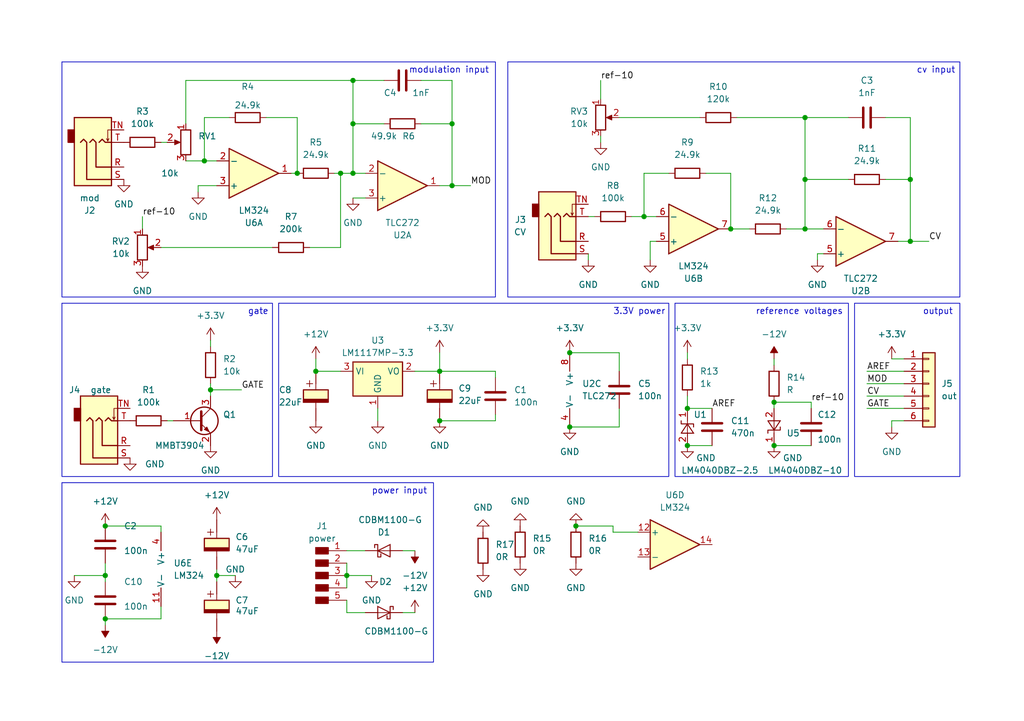
<source format=kicad_sch>
(kicad_sch (version 20230121) (generator eeschema)
  (paper "A5")
  (lib_symbols
    (symbol "Amplifier_Operational:LM324" (pin_names (offset 0.127))
      (property "Reference" "U" (at 0 5.08 0))
      (property "Value" "LM324" (at 0 -5.08 0))
      (symbol "LM324_1_1"
        (polyline (pts (xy -5.08 5.08) (xy 5.08 0) (xy -5.08 -5.08) (xy -5.08 5.08)) (stroke (width 0.254)) (fill (type background)))
        (pin output line (at 7.62 0 180) (length 2.54) (name "~") (number "1"))
        (pin input line (at -7.62 -2.54 0) (length 2.54) (name "-") (number "2"))
        (pin input line (at -7.62 2.54 0) (length 2.54) (name "+") (number "3"))
      )
      (symbol "LM324_2_1"
        (polyline (pts (xy -5.08 5.08) (xy 5.08 0) (xy -5.08 -5.08) (xy -5.08 5.08)) (stroke (width 0.254)) (fill (type background)))
        (pin input line (at -7.62 2.54 0) (length 2.54) (name "+") (number "5"))
        (pin input line (at -7.62 -2.54 0) (length 2.54) (name "-") (number "6"))
        (pin output line (at 7.62 0 180) (length 2.54) (name "~") (number "7"))
      )
      (symbol "LM324_3_1"
        (polyline (pts (xy -5.08 5.08) (xy 5.08 0) (xy -5.08 -5.08) (xy -5.08 5.08)) (stroke (width 0.254)) (fill (type background)))
        (pin input line (at -7.62 2.54 0) (length 2.54) (name "+") (number "10"))
        (pin output line (at 7.62 0 180) (length 2.54) (name "~") (number "8"))
        (pin input line (at -7.62 -2.54 0) (length 2.54) (name "-") (number "9"))
      )
      (symbol "LM324_4_1"
        (polyline (pts (xy -5.08 5.08) (xy 5.08 0) (xy -5.08 -5.08) (xy -5.08 5.08)) (stroke (width 0.254)) (fill (type background)))
        (pin input line (at -7.62 2.54 0) (length 2.54) (name "+") (number "12"))
        (pin input line (at -7.62 -2.54 0) (length 2.54) (name "-") (number "13"))
        (pin output line (at 7.62 0 180) (length 2.54) (name "~") (number "14"))
      )
      (symbol "LM324_5_1"
        (pin power_in line (at -2.54 -7.62 90) (length 3.81) (name "V-") (number "11"))
        (pin power_in line (at -2.54 7.62 270) (length 3.81) (name "V+") (number "4"))
      )
    )
    (symbol "Amplifier_Operational:TLC272" (pin_names (offset 0.127))
      (property "Reference" "U" (at 0 5.08 0))
      (property "Value" "TLC272" (at 0 -5.08 0))
      (symbol "TLC272_1_1"
        (polyline (pts (xy -5.08 5.08) (xy 5.08 0) (xy -5.08 -5.08) (xy -5.08 5.08)) (stroke (width 0.254)) (fill (type background)))
        (pin output line (at 7.62 0 180) (length 2.54) (name "~") (number "1"))
        (pin input line (at -7.62 -2.54 0) (length 2.54) (name "-") (number "2"))
        (pin input line (at -7.62 2.54 0) (length 2.54) (name "+") (number "3"))
      )
      (symbol "TLC272_2_1"
        (polyline (pts (xy -5.08 5.08) (xy 5.08 0) (xy -5.08 -5.08) (xy -5.08 5.08)) (stroke (width 0.254)) (fill (type background)))
        (pin input line (at -7.62 2.54 0) (length 2.54) (name "+") (number "5"))
        (pin input line (at -7.62 -2.54 0) (length 2.54) (name "-") (number "6"))
        (pin output line (at 7.62 0 180) (length 2.54) (name "~") (number "7"))
      )
      (symbol "TLC272_3_1"
        (pin power_in line (at -2.54 -7.62 90) (length 3.81) (name "V-") (number "4"))
        (pin power_in line (at -2.54 7.62 270) (length 3.81) (name "V+") (number "8"))
      )
    )
    (symbol "Connector_Audio:AudioJack3_SwitchT"
      (property "Reference" "J" (at 0 8.89 0))
      (property "Value" "AudioJack3_SwitchT" (at 0 6.35 0))
      (symbol "AudioJack3_SwitchT_0_1"
        (rectangle (start -5.08 -5.08) (end -6.35 -7.62) (stroke (width 0.254)) (fill (type outline)))
        (polyline (pts (xy 1.778 -5.334) (xy 2.032 -5.842)))
        (polyline (pts (xy 0 -5.08) (xy 0.635 -5.715) (xy 1.27 -5.08) (xy 2.54 -5.08)) (stroke (width 0.254)))
        (polyline (pts (xy 2.54 -7.62) (xy 1.778 -7.62) (xy 1.778 -5.334) (xy 1.524 -5.842)))
        (polyline (pts (xy -1.905 -5.08) (xy -1.27 -5.715) (xy -0.635 -5.08) (xy -0.635 0) (xy 2.54 0)) (stroke (width 0.254)))
        (polyline (pts (xy 2.54 2.54) (xy -2.54 2.54) (xy -2.54 -5.08) (xy -3.175 -5.715) (xy -3.81 -5.08)) (stroke (width 0.254)))
        (rectangle (start 2.54 3.81) (end -5.08 -10.16) (stroke (width 0.254)) (fill (type background)))
      )
      (symbol "AudioJack3_SwitchT_1_1"
        (pin passive line (at 5.08 0 180) (length 2.54) (name "~") (number "R"))
        (pin passive line (at 5.08 2.54 180) (length 2.54) (name "~") (number "S"))
        (pin passive line (at 5.08 -5.08 180) (length 2.54) (name "~") (number "T"))
        (pin passive line (at 5.08 -7.62 180) (length 2.54) (name "~") (number "TN"))
      )
    )
    (symbol "Connector_Generic:Conn_01x06" (pin_names (offset 1.016) hide)
      (property "Reference" "J" (at 0 7.62 0))
      (property "Value" "Conn_01x06" (at 0 -10.16 0))
      (symbol "Conn_01x06_1_1"
        (rectangle (start -1.27 -7.493) (end 0 -7.747) (stroke (width 0.1524)))
        (rectangle (start -1.27 -4.953) (end 0 -5.207) (stroke (width 0.1524)))
        (rectangle (start -1.27 -2.413) (end 0 -2.667) (stroke (width 0.1524)))
        (rectangle (start -1.27 0.127) (end 0 -0.127) (stroke (width 0.1524)))
        (rectangle (start -1.27 2.667) (end 0 2.413) (stroke (width 0.1524)))
        (rectangle (start -1.27 5.207) (end 0 4.953) (stroke (width 0.1524)))
        (rectangle (start -1.27 6.35) (end 1.27 -8.89) (stroke (width 0.254)) (fill (type background)))
        (pin passive line (at -5.08 5.08 0) (length 3.81) (name "Pin_1") (number "1"))
        (pin passive line (at -5.08 2.54 0) (length 3.81) (name "Pin_2") (number "2"))
        (pin passive line (at -5.08 0 0) (length 3.81) (name "Pin_3") (number "3"))
        (pin passive line (at -5.08 -2.54 0) (length 3.81) (name "Pin_4") (number "4"))
        (pin passive line (at -5.08 -5.08 0) (length 3.81) (name "Pin_5") (number "5"))
        (pin passive line (at -5.08 -7.62 0) (length 3.81) (name "Pin_6") (number "6"))
      )
    )
    (symbol "Device:C" (pin_numbers hide) (pin_names (offset 0.254))
      (property "Reference" "C" (at 0.635 2.54 0))
      (property "Value" "C" (at 0.635 -2.54 0))
      (symbol "C_0_1"
        (polyline (pts (xy -2.032 -0.762) (xy 2.032 -0.762)) (stroke (width 0.508)))
        (polyline (pts (xy -2.032 0.762) (xy 2.032 0.762)) (stroke (width 0.508)))
      )
      (symbol "C_1_1"
        (pin passive line (at 0 3.81 270) (length 2.794) (name "~") (number "1"))
        (pin passive line (at 0 -3.81 90) (length 2.794) (name "~") (number "2"))
      )
    )
    (symbol "Device:R" (pin_numbers hide) (pin_names (offset 0))
      (property "Reference" "R" (at 2.032 0 90))
      (property "Value" "R" (at 0 0 90))
      (symbol "R_0_1"
        (rectangle (start -1.016 -2.54) (end 1.016 2.54) (stroke (width 0.254)))
      )
      (symbol "R_1_1"
        (pin passive line (at 0 3.81 270) (length 1.27) (name "~") (number "1"))
        (pin passive line (at 0 -3.81 90) (length 1.27) (name "~") (number "2"))
      )
    )
    (symbol "Device:R_Potentiometer" (pin_names (offset 1.016) hide)
      (property "Reference" "RV" (at -4.445 0 90))
      (property "Value" "R_Potentiometer" (at -2.54 0 90))
      (symbol "R_Potentiometer_0_1"
        (polyline (pts (xy 2.54 0) (xy 1.524 0)))
        (polyline (pts (xy 1.143 0) (xy 2.286 0.508) (xy 2.286 -0.508) (xy 1.143 0)) (fill (type outline)))
        (rectangle (start 1.016 2.54) (end -1.016 -2.54) (stroke (width 0.254)))
      )
      (symbol "R_Potentiometer_1_1"
        (pin passive line (at 0 3.81 270) (length 1.27) (name "1") (number "1"))
        (pin passive line (at 3.81 0 180) (length 1.27) (name "2") (number "2"))
        (pin passive line (at 0 -3.81 90) (length 1.27) (name "3") (number "3"))
      )
    )
    (symbol "Reference_Voltage:LM4040DBZ-10" (pin_names (offset 0.0254) hide)
      (property "Reference" "U" (at 0 2.54 0))
      (property "Value" "LM4040DBZ-10" (at 0 -3.175 0))
      (symbol "LM4040DBZ-10_0_1"
        (polyline (pts (xy -1.27 0) (xy 0 0) (xy 1.27 0)))
        (polyline (pts (xy -1.27 -1.27) (xy 0.635 0) (xy -1.27 1.27) (xy -1.27 -1.27)) (stroke (width 0.2032)))
        (polyline (pts (xy 0 -1.27) (xy 0.635 -1.27) (xy 0.635 1.27) (xy 1.27 1.27)) (stroke (width 0.2032)))
      )
      (symbol "LM4040DBZ-10_1_1"
        (pin passive line (at 3.81 0 180) (length 2.54) (name "K") (number "1"))
        (pin passive line (at -3.81 0 0) (length 2.54) (name "A") (number "2"))
      )
    )
    (symbol "Reference_Voltage:LM4040DBZ-2.5" (pin_names (offset 0.0254) hide)
      (property "Reference" "U" (at 0 2.54 0))
      (property "Value" "LM4040DBZ-2.5" (at 0 -3.175 0))
      (symbol "LM4040DBZ-2.5_0_1"
        (polyline (pts (xy -1.27 0) (xy 0 0) (xy 1.27 0)))
        (polyline (pts (xy -1.27 -1.27) (xy 0.635 0) (xy -1.27 1.27) (xy -1.27 -1.27)) (stroke (width 0.2032)))
        (polyline (pts (xy 0 -1.27) (xy 0.635 -1.27) (xy 0.635 1.27) (xy 1.27 1.27)) (stroke (width 0.2032)))
      )
      (symbol "LM4040DBZ-2.5_1_1"
        (pin passive line (at 3.81 0 180) (length 2.54) (name "K") (number "1"))
        (pin passive line (at -3.81 0 0) (length 2.54) (name "A") (number "2"))
      )
    )
    (symbol "Regulator_Linear:LM1117MP-3.3"
      (property "Reference" "U" (at -3.81 3.175 0))
      (property "Value" "LM1117MP-3.3" (at 0 3.175 0))
      (symbol "LM1117MP-3.3_0_1"
        (rectangle (start -5.08 -5.08) (end 5.08 1.905) (stroke (width 0.254)) (fill (type background)))
      )
      (symbol "LM1117MP-3.3_1_1"
        (pin power_in line (at 0 -7.62 90) (length 2.54) (name "GND") (number "1"))
        (pin power_out line (at 7.62 0 180) (length 2.54) (name "VO") (number "2"))
        (pin power_in line (at -7.62 0 0) (length 2.54) (name "VI") (number "3"))
      )
    )
    (symbol "Transistor_BJT:MMBT3904" (pin_names (offset 0) hide)
      (property "Reference" "Q" (at 5.08 1.905 0))
      (property "Value" "MMBT3904" (at 5.08 0 0))
      (symbol "MMBT3904_0_1"
        (polyline (pts (xy 0.635 0.635) (xy 2.54 2.54)))
        (polyline (pts (xy 0.635 -0.635) (xy 2.54 -2.54) (xy 2.54 -2.54)))
        (polyline (pts (xy 0.635 1.905) (xy 0.635 -1.905) (xy 0.635 -1.905)) (stroke (width 0.508)))
        (polyline (pts (xy 1.27 -1.778) (xy 1.778 -1.27) (xy 2.286 -2.286) (xy 1.27 -1.778) (xy 1.27 -1.778)) (fill (type outline)))
        (circle (center 1.27 0) (radius 2.8194) (stroke (width 0.254)))
      )
      (symbol "MMBT3904_1_1"
        (pin input line (at -5.08 0 0) (length 5.715) (name "B") (number "1"))
        (pin passive line (at 2.54 -5.08 90) (length 2.54) (name "E") (number "2"))
        (pin passive line (at 2.54 5.08 270) (length 2.54) (name "C") (number "3"))
      )
    )
    (symbol "fab:CP_Elec_D6.3mm_H6.1mm" (pin_numbers hide)
      (property "Reference" "C" (at 1.27 2.54 0))
      (property "Value" "CP_Elec_D6.3mm_H6.1mm" (at 1.27 -2.54 0))
      (symbol "CP_Elec_D6.3mm_H6.1mm_0_1"
        (rectangle (start -2.54 -0.635) (end 2.54 -1.27) (fill (type outline)))
        (polyline (pts (xy -1.27 1.905) (xy -1.27 3.175)))
        (polyline (pts (xy -0.635 2.54) (xy -1.905 2.54)))
        (polyline (pts (xy 0 -1.27) (xy 0 -2.54)))
        (polyline (pts (xy 0 2.54) (xy 0 1.27)))
        (polyline (pts (xy -2.54 -1.27) (xy -2.54 1.27) (xy 2.54 1.27) (xy 2.54 -1.27) (xy -2.54 -1.27)) (stroke (width 0.254)) (fill (type background)))
      )
      (symbol "CP_Elec_D6.3mm_H6.1mm_1_1"
        (pin passive line (at 0 5.08 270) (length 2.54) (name "~") (number "1"))
        (pin passive line (at 0 -5.08 90) (length 2.54) (name "~") (number "2"))
      )
    )
    (symbol "fab:Conn_PinHeader_1x05_P2.54mm_Horizontal_SMD" (pin_names hide)
      (property "Reference" "J" (at 0 7.62 0))
      (property "Value" "Conn_PinHeader_1x05_P2.54mm_Horizontal_SMD" (at 0 -7.62 0))
      (symbol "Conn_PinHeader_1x05_P2.54mm_Horizontal_SMD_1_1"
        (rectangle (start -1.27 -4.445) (end 1.27 -5.715) (stroke (width 0.254)) (fill (type outline)))
        (rectangle (start -1.27 -1.905) (end 1.27 -3.175) (stroke (width 0.254)) (fill (type outline)))
        (rectangle (start -1.27 0.635) (end 1.27 -0.635) (stroke (width 0.254)) (fill (type outline)))
        (rectangle (start -1.27 3.175) (end 1.27 1.905) (stroke (width 0.254)) (fill (type outline)))
        (rectangle (start -1.27 5.715) (end 1.27 4.445) (stroke (width 0.254)) (fill (type outline)))
        (pin passive line (at 5.08 5.08 180) (length 3.81) (name "Pin_1") (number "1"))
        (pin passive line (at 5.08 2.54 180) (length 3.81) (name "Pin_2") (number "2"))
        (pin passive line (at 5.08 0 180) (length 3.81) (name "Pin_3") (number "3"))
        (pin passive line (at 5.08 -2.54 180) (length 3.81) (name "Pin_4") (number "4"))
        (pin passive line (at 5.08 -5.08 180) (length 3.81) (name "Pin_5") (number "5"))
      )
    )
    (symbol "fab:Diode_Schottky_MiniSMA" (pin_numbers hide) (pin_names (offset 1.016) hide)
      (property "Reference" "D" (at 0 2.54 0))
      (property "Value" "Diode_Schottky_MiniSMA" (at 0 -2.54 0))
      (symbol "Diode_Schottky_MiniSMA_0_1"
        (polyline (pts (xy 1.27 0) (xy -1.27 0)))
        (polyline (pts (xy 1.27 1.27) (xy 1.27 -1.27) (xy -1.27 0) (xy 1.27 1.27)) (stroke (width 0.2032)))
        (polyline (pts (xy -1.905 0.635) (xy -1.905 1.27) (xy -1.27 1.27) (xy -1.27 -1.27) (xy -0.635 -1.27) (xy -0.635 -0.635)) (stroke (width 0.2032)))
      )
      (symbol "Diode_Schottky_MiniSMA_1_1"
        (pin passive line (at -3.81 0 0) (length 2.54) (name "K") (number "1"))
        (pin passive line (at 3.81 0 180) (length 2.54) (name "A") (number "2"))
      )
    )
    (symbol "power:+12V" (power) (pin_names (offset 0))
      (property "Value" "+12V" (at 0 3.556 0))
      (symbol "+12V_0_1"
        (polyline (pts (xy -0.762 1.27) (xy 0 2.54)))
        (polyline (pts (xy 0 0) (xy 0 2.54)))
        (polyline (pts (xy 0 2.54) (xy 0.762 1.27)))
      )
      (symbol "+12V_1_1"
        (pin power_in line (at 0 0 90) (length 0) hide (name "+12V") (number "1"))
      )
    )
    (symbol "power:+3.3V" (power) (pin_names (offset 0))
      (property "Value" "+3.3V" (at 0 3.556 0))
      (symbol "+3.3V_0_1"
        (polyline (pts (xy -0.762 1.27) (xy 0 2.54)))
        (polyline (pts (xy 0 0) (xy 0 2.54)))
        (polyline (pts (xy 0 2.54) (xy 0.762 1.27)))
      )
      (symbol "+3.3V_1_1"
        (pin power_in line (at 0 0 90) (length 0) hide (name "+3.3V") (number "1"))
      )
    )
    (symbol "power:-12V" (power) (pin_names (offset 0))
      (property "Value" "-12V" (at 0 3.81 0))
      (symbol "-12V_0_0"
        (pin power_in line (at 0 0 90) (length 0) hide (name "-12V") (number "1"))
      )
      (symbol "-12V_0_1"
        (polyline (pts (xy 0 0) (xy 0 1.27) (xy 0.762 1.27) (xy 0 2.54) (xy -0.762 1.27) (xy 0 1.27)) (fill (type outline)))
      )
    )
    (symbol "power:GND" (power) (pin_names (offset 0))
      (property "Value" "GND" (at 0 -3.81 0))
      (symbol "GND_0_1"
        (polyline (pts (xy 0 0) (xy 0 -1.27) (xy 1.27 -1.27) (xy 0 -2.54) (xy -1.27 -1.27) (xy 0 -1.27)))
      )
      (symbol "GND_1_1"
        (pin power_in line (at 0 0 270) (length 0) hide (name "GND") (number "1"))
      )
    )
  )
  (junction (at 158.75 91.44))
  (junction (at 116.84 72.39))
  (junction (at 44.45 118.11))
  (junction (at 165.1 46.99))
  (junction (at 92.71 25.4))
  (junction (at 21.59 107.95))
  (junction (at 72.39 35.56))
  (junction (at 92.71 38.1))
  (junction (at 60.96 35.56))
  (junction (at 165.1 36.83))
  (junction (at 149.86 46.99))
  (junction (at 186.69 49.53))
  (junction (at 140.97 83.82))
  (junction (at 118.11 107.95))
  (junction (at 64.77 76.2))
  (junction (at 72.39 25.4))
  (junction (at 90.17 86.36))
  (junction (at 72.39 16.51))
  (junction (at 140.97 91.44))
  (junction (at 132.08 44.45))
  (junction (at 69.85 35.56))
  (junction (at 43.18 80.01))
  (junction (at 71.12 118.11))
  (junction (at 21.59 118.11))
  (junction (at 186.69 36.83))
  (junction (at 90.17 76.2))
  (junction (at 21.59 127))
  (junction (at 41.91 33.02))
  (junction (at 116.84 87.63))
  (junction (at 165.1 24.13))
  (junction (at 158.75 82.55))
  (wire (pts (xy 33.02 127) (xy 21.59 127)))
  (wire (pts (xy 85.09 76.2) (xy 90.17 76.2)))
  (wire (pts (xy 21.59 118.11) (xy 21.59 115.57)))
  (wire (pts (xy 92.71 16.51) (xy 92.71 25.4)))
  (wire (pts (xy 165.1 46.99) (xy 168.91 46.99)))
  (wire (pts (xy 33.02 107.95) (xy 33.02 109.22)))
  (wire (pts (xy 41.91 33.02) (xy 44.45 33.02)))
  (wire (pts (xy 133.35 49.53) (xy 134.62 49.53)))
  (wire (pts (xy 29.21 44.45) (xy 29.21 46.99)))
  (wire (pts (xy 40.64 38.1) (xy 44.45 38.1)))
  (wire (pts (xy 127 83.82) (xy 127 87.63)))
  (wire (pts (xy 140.97 81.28) (xy 140.97 83.82)))
  (wire (pts (xy 144.78 35.56) (xy 149.86 35.56)))
  (wire (pts (xy 71.12 113.03) (xy 74.93 113.03)))
  (wire (pts (xy 165.1 36.83) (xy 173.99 36.83)))
  (wire (pts (xy 177.8 83.82) (xy 185.42 83.82)))
  (wire (pts (xy 82.55 113.03) (xy 85.09 113.03)))
  (wire (pts (xy 71.12 118.11) (xy 76.2 118.11)))
  (wire (pts (xy 63.5 50.8) (xy 69.85 50.8)))
  (wire (pts (xy 72.39 16.51) (xy 78.74 16.51)))
  (wire (pts (xy 72.39 16.51) (xy 38.1 16.51)))
  (wire (pts (xy 21.59 118.11) (xy 21.59 119.38)))
  (wire (pts (xy 21.59 127) (xy 21.59 128.27)))
  (wire (pts (xy 44.45 116.84) (xy 44.45 118.11)))
  (wire (pts (xy 149.86 46.99) (xy 153.67 46.99)))
  (wire (pts (xy 44.45 118.11) (xy 48.26 118.11)))
  (wire (pts (xy 120.65 44.45) (xy 121.92 44.45)))
  (wire (pts (xy 71.12 115.57) (xy 71.12 118.11)))
  (wire (pts (xy 77.47 83.82) (xy 77.47 86.36)))
  (wire (pts (xy 86.36 25.4) (xy 92.71 25.4)))
  (wire (pts (xy 166.37 83.82) (xy 166.37 82.55)))
  (wire (pts (xy 15.24 118.11) (xy 21.59 118.11)))
  (wire (pts (xy 33.02 29.21) (xy 34.29 29.21)))
  (wire (pts (xy 132.08 35.56) (xy 132.08 44.45)))
  (wire (pts (xy 177.8 78.74) (xy 185.42 78.74)))
  (wire (pts (xy 72.39 25.4) (xy 78.74 25.4)))
  (wire (pts (xy 186.69 36.83) (xy 186.69 49.53)))
  (wire (pts (xy 158.75 73.66) (xy 158.75 74.93)))
  (wire (pts (xy 133.35 53.34) (xy 133.35 49.53)))
  (wire (pts (xy 90.17 76.2) (xy 90.17 72.39)))
  (wire (pts (xy 92.71 38.1) (xy 96.52 38.1)))
  (wire (pts (xy 177.8 81.28) (xy 185.42 81.28)))
  (wire (pts (xy 33.02 124.46) (xy 33.02 127)))
  (wire (pts (xy 123.19 27.94) (xy 123.19 29.21)))
  (wire (pts (xy 132.08 44.45) (xy 134.62 44.45)))
  (wire (pts (xy 140.97 72.39) (xy 140.97 73.66)))
  (wire (pts (xy 186.69 24.13) (xy 186.69 36.83)))
  (wire (pts (xy 182.88 73.66) (xy 185.42 73.66)))
  (wire (pts (xy 151.13 24.13) (xy 165.1 24.13)))
  (wire (pts (xy 72.39 25.4) (xy 72.39 16.51)))
  (wire (pts (xy 123.19 16.51) (xy 123.19 20.32)))
  (wire (pts (xy 158.75 91.44) (xy 166.37 91.44)))
  (wire (pts (xy 130.81 109.22) (xy 125.73 109.22)))
  (wire (pts (xy 43.18 78.74) (xy 43.18 80.01)))
  (wire (pts (xy 125.73 107.95) (xy 118.11 107.95)))
  (wire (pts (xy 43.18 80.01) (xy 49.53 80.01)))
  (wire (pts (xy 125.73 109.22) (xy 125.73 107.95)))
  (wire (pts (xy 33.02 107.95) (xy 21.59 107.95)))
  (wire (pts (xy 181.61 36.83) (xy 186.69 36.83)))
  (wire (pts (xy 38.1 33.02) (xy 41.91 33.02)))
  (wire (pts (xy 127 24.13) (xy 143.51 24.13)))
  (wire (pts (xy 60.96 24.13) (xy 60.96 35.56)))
  (wire (pts (xy 44.45 118.11) (xy 44.45 119.38)))
  (wire (pts (xy 41.91 24.13) (xy 41.91 33.02)))
  (wire (pts (xy 101.6 86.36) (xy 101.6 85.09)))
  (wire (pts (xy 149.86 35.56) (xy 149.86 46.99)))
  (wire (pts (xy 64.77 73.66) (xy 64.77 76.2)))
  (wire (pts (xy 177.8 76.2) (xy 185.42 76.2)))
  (wire (pts (xy 140.97 91.44) (xy 146.05 91.44)))
  (wire (pts (xy 158.75 82.55) (xy 158.75 83.82)))
  (wire (pts (xy 129.54 44.45) (xy 132.08 44.45)))
  (wire (pts (xy 43.18 69.85) (xy 43.18 71.12)))
  (wire (pts (xy 40.64 39.37) (xy 40.64 38.1)))
  (wire (pts (xy 43.18 80.01) (xy 43.18 81.28)))
  (wire (pts (xy 60.96 35.56) (xy 59.69 35.56)))
  (wire (pts (xy 71.12 125.73) (xy 74.93 125.73)))
  (wire (pts (xy 101.6 76.2) (xy 101.6 77.47)))
  (wire (pts (xy 165.1 46.99) (xy 165.1 36.83)))
  (wire (pts (xy 137.16 35.56) (xy 132.08 35.56)))
  (wire (pts (xy 71.12 125.73) (xy 71.12 123.19)))
  (wire (pts (xy 69.85 35.56) (xy 72.39 35.56)))
  (wire (pts (xy 186.69 49.53) (xy 184.15 49.53)))
  (wire (pts (xy 72.39 35.56) (xy 72.39 25.4)))
  (wire (pts (xy 186.69 49.53) (xy 190.5 49.53)))
  (wire (pts (xy 38.1 16.51) (xy 38.1 25.4)))
  (wire (pts (xy 165.1 24.13) (xy 165.1 36.83)))
  (wire (pts (xy 72.39 35.56) (xy 74.93 35.56)))
  (wire (pts (xy 165.1 24.13) (xy 173.99 24.13)))
  (wire (pts (xy 127 87.63) (xy 116.84 87.63)))
  (wire (pts (xy 33.02 50.8) (xy 55.88 50.8)))
  (wire (pts (xy 101.6 86.36) (xy 90.17 86.36)))
  (wire (pts (xy 92.71 25.4) (xy 92.71 38.1)))
  (wire (pts (xy 54.61 24.13) (xy 60.96 24.13)))
  (wire (pts (xy 92.71 38.1) (xy 90.17 38.1)))
  (wire (pts (xy 82.55 125.73) (xy 85.09 125.73)))
  (wire (pts (xy 140.97 83.82) (xy 146.05 83.82)))
  (wire (pts (xy 116.84 72.39) (xy 127 72.39)))
  (wire (pts (xy 69.85 50.8) (xy 69.85 35.56)))
  (wire (pts (xy 182.88 86.36) (xy 185.42 86.36)))
  (wire (pts (xy 46.99 24.13) (xy 41.91 24.13)))
  (wire (pts (xy 120.65 53.34) (xy 120.65 52.07)))
  (wire (pts (xy 71.12 118.11) (xy 71.12 120.65)))
  (wire (pts (xy 182.88 87.63) (xy 182.88 86.36)))
  (wire (pts (xy 161.29 46.99) (xy 165.1 46.99)))
  (wire (pts (xy 167.64 52.07) (xy 168.91 52.07)))
  (wire (pts (xy 127 72.39) (xy 127 76.2)))
  (wire (pts (xy 34.29 86.36) (xy 35.56 86.36)))
  (wire (pts (xy 167.64 53.34) (xy 167.64 52.07)))
  (wire (pts (xy 90.17 76.2) (xy 101.6 76.2)))
  (wire (pts (xy 166.37 82.55) (xy 158.75 82.55)))
  (wire (pts (xy 72.39 40.64) (xy 74.93 40.64)))
  (wire (pts (xy 68.58 35.56) (xy 69.85 35.56)))
  (wire (pts (xy 86.36 16.51) (xy 92.71 16.51)))
  (wire (pts (xy 181.61 24.13) (xy 186.69 24.13)))
  (wire (pts (xy 69.85 76.2) (xy 64.77 76.2)))
  (rectangle (start 12.7 99.06) (end 88.9 135.89))
  (rectangle (start 12.7 62.23) (end 55.88 97.79))
  (rectangle (start 138.43 62.23) (end 173.99 97.79))
  (rectangle (start 57.15 62.23) (end 137.16 97.79))
  (rectangle (start 12.7 12.7) (end 101.6 60.96))
  (rectangle (start 175.26 62.23) (end 196.85 97.79))
  (rectangle (start 104.14 12.7) (end 196.85 60.96))
  (text "modulation input" (at 83.82 15.24 0) (effects (font (size 1.27 1.27)) (justify left bottom)))
  (text "gate" (at 50.8 64.77 0) (effects (font (size 1.27 1.27)) (justify left bottom)))
  (text "power input" (at 76.2 101.6 0) (effects (font (size 1.27 1.27)) (justify left bottom)))
  (text "3.3V power" (at 125.73 64.77 0) (effects (font (size 1.27 1.27)) (justify left bottom)))
  (text "cv input" (at 187.96 15.24 0) (effects (font (size 1.27 1.27)) (justify left bottom)))
  (text "reference voltages" (at 154.94 64.77 0) (effects (font (size 1.27 1.27)) (justify left bottom)))
  (text "output" (at 189.23 64.77 0) (effects (font (size 1.27 1.27)) (justify left bottom)))
  (label "ref-10" (at 123.19 16.51 0))
  (label "AREF" (at 146.05 83.82 0))
  (label "ref-10" (at 166.37 82.55 0))
  (label "GATE" (at 49.53 80.01 0))
  (label "MOD" (at 177.8 78.74 0))
  (label "AREF" (at 177.8 76.2 0))
  (label "GATE" (at 177.8 83.82 0))
  (label "CV" (at 177.8 81.28 0))
  (label "CV" (at 190.5 49.53 0))
  (label "MOD" (at 96.52 38.1 0))
  (label "ref-10" (at 29.21 44.45 0))
  (symbol (lib_id "power:GND") (at 29.21 54.61 0) (unit 1)
    (property "Reference" "#PWR017" (effects hide))
    (property "Value" "GND" (at 29.21 59.69 0))
  )
  (symbol (lib_id "Device:C") (at 166.37 87.63 0) (unit 1)
    (property "Reference" "C12" (at 167.64 85.09 0) (effects (justify left)))
    (property "Value" "100n" (at 167.64 90.17 0) (effects (justify left)))
    (property "Footprint" "fab:C_1206" (effects hide))
  )
  (symbol (lib_id "Device:R") (at 99.06 113.03 0) (unit 1)
    (property "Reference" "R17" (at 101.6 111.76 0) (effects (justify left)))
    (property "Value" "0R" (at 101.6 114.3 0) (effects (justify left)))
    (property "Footprint" "fab:R_1206" (effects hide))
  )
  (symbol (lib_id "Device:C") (at 21.59 111.76 0) (unit 1)
    (property "Reference" "C2" (at 25.4 107.95 0) (effects (justify left)))
    (property "Value" "100n" (at 25.4 113.03 0) (effects (justify left)))
    (property "Footprint" "fab:C_1206" (effects hide))
  )
  (symbol (lib_id "power:GND") (at 99.06 116.84 0) (unit 1)
    (property "Reference" "#PWR039" (effects hide))
    (property "Value" "GND" (at 99.06 121.92 0))
  )
  (symbol (lib_id "power:GND") (at 116.84 87.63 0) (unit 1)
    (property "Reference" "#PWR026" (effects hide))
    (property "Value" "GND" (at 116.84 92.71 0))
  )
  (symbol (lib_id "Amplifier_Operational:TLC272") (at 176.53 49.53 0) (mirror x) (unit 2)
    (property "Reference" "U2" (at 176.53 59.69 0))
    (property "Value" "TLC272" (at 176.53 57.15 0))
    (property "Footprint" "fab:SOIC-8_3.9x4.9mm_P1.27mm" (effects hide))
    (property "Datasheet" "http://www.ti.com/lit/ds/symlink/tlc272.pdf" (effects hide))
  )
  (symbol (lib_id "power:GND") (at 140.97 91.44 0) (unit 1)
    (property "Reference" "#PWR031" (effects hide))
    (property "Value" "GND" (at 144.78 93.98 0))
  )
  (symbol (lib_id "Device:C") (at 101.6 81.28 0) (unit 1)
    (property "Reference" "C1" (at 105.41 80.01 0) (effects (justify left)))
    (property "Value" "100n" (at 105.41 82.55 0) (effects (justify left)))
    (property "Footprint" "fab:C_1206" (effects hide))
  )
  (symbol (lib_id "power:-12V") (at 21.59 128.27 180) (unit 1)
    (property "Reference" "#PWR029" (effects hide))
    (property "Value" "-12V" (at 21.59 133.35 0))
  )
  (symbol (lib_id "power:GND") (at 25.4 36.83 0) (unit 1)
    (property "Reference" "#PWR014" (effects hide))
    (property "Value" "GND" (at 25.4 41.91 0))
  )
  (symbol (lib_id "power:GND") (at 182.88 87.63 0) (unit 1)
    (property "Reference" "#PWR06" (effects hide))
    (property "Value" "GND" (at 182.88 92.71 0))
  )
  (symbol (lib_id "Amplifier_Operational:LM324") (at 142.24 46.99 0) (mirror x) (unit 2)
    (property "Reference" "U6" (at 142.24 57.15 0))
    (property "Value" "LM324" (at 142.24 54.61 0))
    (property "Footprint" "fab:SOIC-14_3.9x8.7mm_P1.27mm" (effects hide))
    (property "Datasheet" "http://www.ti.com/lit/ds/symlink/lm2902-n.pdf" (effects hide))
  )
  (symbol (lib_id "Device:C") (at 82.55 16.51 90) (mirror x) (unit 1)
    (property "Reference" "C4" (at 80.01 19.05 90))
    (property "Value" "1nF" (at 86.36 19.05 90))
    (property "Footprint" "fab:C_1206" (effects hide))
  )
  (symbol (lib_id "power:GND") (at 120.65 53.34 0) (unit 1)
    (property "Reference" "#PWR010" (effects hide))
    (property "Value" "GND" (at 120.65 58.42 0))
  )
  (symbol (lib_id "power:GND") (at 43.18 91.44 0) (unit 1)
    (property "Reference" "#PWR01" (effects hide))
    (property "Value" "GND" (at 43.18 96.52 0))
  )
  (symbol (lib_id "fab:Conn_PinHeader_1x05_P2.54mm_Horizontal_SMD") (at 66.04 118.11 0) (unit 1)
    (property "Reference" "J1" (at 66.04 107.95 0))
    (property "Value" "power" (at 66.04 110.49 0))
    (property "Footprint" "fab:PinHeader_1x05_P2.54mm_Horizontal_SMD" (effects hide))
  )
  (symbol (lib_id "power:GND") (at 106.68 107.95 180) (unit 1)
    (property "Reference" "#PWR036" (effects hide))
    (property "Value" "GND" (at 106.68 102.87 0))
  )
  (symbol (lib_id "power:GND") (at 133.35 53.34 0) (unit 1)
    (property "Reference" "#PWR011" (effects hide))
    (property "Value" "GND" (at 133.35 58.42 0))
  )
  (symbol (lib_id "power:GND") (at 72.39 40.64 0) (unit 1)
    (property "Reference" "#PWR016" (effects hide))
    (property "Value" "GND" (at 72.39 45.72 0))
  )
  (symbol (lib_id "Amplifier_Operational:TLC272") (at 82.55 38.1 0) (mirror x) (unit 1)
    (property "Reference" "U2" (at 82.55 48.26 0))
    (property "Value" "TLC272" (at 82.55 45.72 0))
    (property "Footprint" "fab:SOIC-8_3.9x4.9mm_P1.27mm" (effects hide))
    (property "Datasheet" "http://www.ti.com/lit/ds/symlink/tlc272.pdf" (effects hide))
  )
  (symbol (lib_id "Device:R") (at 29.21 29.21 90) (unit 1)
    (property "Reference" "R3" (at 29.21 22.86 90))
    (property "Value" "100k" (at 29.21 25.4 90))
    (property "Footprint" "fab:R_1206" (effects hide))
  )
  (symbol (lib_id "power:+3.3V") (at 43.18 69.85 0) (unit 1)
    (property "Reference" "#PWR09" (effects hide))
    (property "Value" "+3.3V" (at 43.18 64.77 0))
  )
  (symbol (lib_id "power:+12V") (at 85.09 125.73 0) (unit 1)
    (property "Reference" "#PWR018" (effects hide))
    (property "Value" "+12V" (at 85.09 120.65 0))
  )
  (symbol (lib_id "fab:Diode_Schottky_MiniSMA") (at 78.74 113.03 0) (unit 1)
    (property "Reference" "D1" (at 78.74 109.22 0))
    (property "Value" "CDBM1100-G" (at 80.01 106.68 0))
    (property "Footprint" "fab:SOD-123T" (effects hide))
    (property "Datasheet" "https://www.st.com/content/ccc/resource/technical/document/datasheet/c6/32/d4/4a/28/d3/4b/11/CD00004930.pdf/files/CD00004930.pdf/jcr:content/translations/en.CD00004930.pdf" (effects hide))
  )
  (symbol (lib_id "Connector_Audio:AudioJack3_SwitchT") (at 115.57 49.53 0) (mirror x) (unit 1)
    (property "Reference" "J3" (at 107.95 45.085 0) (effects (justify right)))
    (property "Value" "CV" (at 107.95 47.625 0) (effects (justify right)))
    (property "Footprint" "Connector_Audio:Jack_3.5mm_KoreanHropartsElec_PJ-320D-4A_Horizontal" (effects hide))
  )
  (symbol (lib_id "Device:R") (at 30.48 86.36 270) (unit 1)
    (property "Reference" "R1" (at 30.48 80.01 90))
    (property "Value" "100k" (at 30.48 82.55 90))
    (property "Footprint" "fab:R_1206" (effects hide))
  )
  (symbol (lib_id "power:GND") (at 118.11 115.57 0) (unit 1)
    (property "Reference" "#PWR035" (effects hide))
    (property "Value" "GND" (at 118.11 120.65 0))
  )
  (symbol (lib_id "power:GND") (at 64.77 86.36 0) (unit 1)
    (property "Reference" "#PWR024" (effects hide))
    (property "Value" "GND" (at 64.77 91.44 0))
  )
  (symbol (lib_id "power:+3.3V") (at 182.88 73.66 0) (unit 1)
    (property "Reference" "#PWR034" (effects hide))
    (property "Value" "+3.3V" (at 182.88 68.58 0))
  )
  (symbol (lib_id "Device:C") (at 146.05 87.63 0) (unit 1)
    (property "Reference" "C11" (at 149.86 86.36 0) (effects (justify left)))
    (property "Value" "470n" (at 149.86 88.9 0) (effects (justify left)))
    (property "Footprint" "fab:C_1206" (effects hide))
  )
  (symbol (lib_id "Device:R") (at 106.68 111.76 0) (unit 1)
    (property "Reference" "R15" (at 109.22 110.49 0) (effects (justify left)))
    (property "Value" "0R" (at 109.22 113.03 0) (effects (justify left)))
    (property "Footprint" "fab:R_1206" (effects hide))
  )
  (symbol (lib_id "power:GND") (at 77.47 86.36 0) (unit 1)
    (property "Reference" "#PWR03" (effects hide))
    (property "Value" "GND" (at 77.47 91.44 0))
  )
  (symbol (lib_id "power:+3.3V") (at 140.97 72.39 0) (unit 1)
    (property "Reference" "#PWR04" (effects hide))
    (property "Value" "+3.3V" (at 140.97 67.31 0))
  )
  (symbol (lib_id "Device:R") (at 82.55 25.4 90) (unit 1)
    (property "Reference" "R6" (at 83.82 27.94 90))
    (property "Value" "49.9k" (at 78.74 27.94 90))
    (property "Footprint" "fab:R_1206" (effects hide))
  )
  (symbol (lib_id "power:+3.3V") (at 116.84 72.39 0) (unit 1)
    (property "Reference" "#PWR027" (effects hide))
    (property "Value" "+3.3V" (at 116.84 67.31 0))
  )
  (symbol (lib_id "Device:C") (at 127 80.01 0) (unit 1)
    (property "Reference" "C5" (at 130.81 78.74 0) (effects (justify left)))
    (property "Value" "100n" (at 130.81 81.28 0) (effects (justify left)))
    (property "Footprint" "fab:C_1206" (effects hide))
  )
  (symbol (lib_id "fab:CP_Elec_D6.3mm_H6.1mm") (at 64.77 81.28 0) (unit 1)
    (property "Reference" "C8" (at 57.15 80.01 0) (effects (justify left)))
    (property "Value" "22uF" (at 57.15 82.55 0) (effects (justify left)))
    (property "Footprint" "fab:CP_Elec_D6.3mm_H6.1mm" (effects hide))
    (property "Datasheet" "https://api.pim.na.industrial.panasonic.com/file_stream/main/fileversion/19782" (effects hide))
  )
  (symbol (lib_id "power:+12V") (at 44.45 106.68 0) (unit 1)
    (property "Reference" "#PWR021" (effects hide))
    (property "Value" "+12V" (at 44.45 101.6 0))
  )
  (symbol (lib_id "power:GND") (at 40.64 39.37 0) (unit 1)
    (property "Reference" "#PWR015" (effects hide))
    (property "Value" "GND" (at 40.64 44.45 0))
  )
  (symbol (lib_id "power:GND") (at 15.24 118.11 0) (unit 1)
    (property "Reference" "#PWR028" (effects hide))
    (property "Value" "GND" (at 15.24 123.19 0))
  )
  (symbol (lib_id "power:GND") (at 99.06 109.22 180) (unit 1)
    (property "Reference" "#PWR038" (effects hide))
    (property "Value" "GND" (at 99.06 104.14 0))
  )
  (symbol (lib_id "power:GND") (at 48.26 118.11 0) (unit 1)
    (property "Reference" "#PWR022" (effects hide))
    (property "Value" "GND" (at 48.26 116.84 0))
  )
  (symbol (lib_id "Device:R") (at 147.32 24.13 90) (unit 1)
    (property "Reference" "R10" (at 147.32 17.78 90))
    (property "Value" "120k" (at 147.32 20.32 90))
    (property "Footprint" "fab:R_1206" (effects hide))
  )
  (symbol (lib_id "Regulator_Linear:LM1117MP-3.3") (at 77.47 76.2 0) (unit 1)
    (property "Reference" "U3" (at 77.47 69.85 0))
    (property "Value" "LM1117MP-3.3" (at 77.47 72.39 0))
    (property "Footprint" "Package_TO_SOT_SMD:SOT-223-3_TabPin2" (effects hide))
    (property "Datasheet" "http://www.ti.com/lit/ds/symlink/lm1117.pdf" (effects hide))
  )
  (symbol (lib_id "Device:R_Potentiometer") (at 38.1 29.21 0) (mirror y) (unit 1)
    (property "Reference" "RV1" (at 40.64 27.94 0) (effects (justify right)))
    (property "Value" "10k" (at 33.02 35.56 0) (effects (justify right)))
    (property "Footprint" "Potentiometer_THT:Potentiometer_Alps_RK09K_Single_Vertical" (effects hide))
  )
  (symbol (lib_id "power:GND") (at 26.67 93.98 0) (unit 1)
    (property "Reference" "#PWR05" (effects hide))
    (property "Value" "GND" (at 31.75 95.25 0))
  )
  (symbol (lib_id "power:GND") (at 76.2 118.11 0) (unit 1)
    (property "Reference" "#PWR02" (effects hide))
    (property "Value" "GND" (at 76.2 123.19 0))
  )
  (symbol (lib_id "power:-12V") (at 85.09 113.03 0) (mirror x) (unit 1)
    (property "Reference" "#PWR08" (effects hide))
    (property "Value" "-12V" (at 85.09 118.11 0))
  )
  (symbol (lib_id "Connector_Audio:AudioJack3_SwitchT") (at 21.59 91.44 0) (mirror x) (unit 1)
    (property "Reference" "J4" (at 16.51 80.01 0) (effects (justify right)))
    (property "Value" "gate" (at 22.86 80.01 0) (effects (justify right)))
    (property "Footprint" "Connector_Audio:Jack_3.5mm_KoreanHropartsElec_PJ-320D-4A_Horizontal" (effects hide))
  )
  (symbol (lib_id "Reference_Voltage:LM4040DBZ-2.5") (at 140.97 87.63 90) (unit 1)
    (property "Reference" "U1" (at 142.24 85.09 90) (effects (justify right)))
    (property "Value" "LM4040DBZ-2.5" (at 139.7 96.52 90) (effects (justify right)))
    (property "Footprint" "Package_TO_SOT_SMD:SOT-23" (effects hide))
    (property "Datasheet" "http://www.ti.com/lit/ds/symlink/lm4040-n.pdf" (effects hide))
  )
  (symbol (lib_id "Device:R") (at 50.8 24.13 90) (unit 1)
    (property "Reference" "R4" (at 50.8 17.78 90))
    (property "Value" "24.9k" (at 50.8 21.59 90))
    (property "Footprint" "fab:R_1206" (effects hide))
  )
  (symbol (lib_id "power:GND") (at 118.11 107.95 180) (unit 1)
    (property "Reference" "#PWR037" (effects hide))
    (property "Value" "GND" (at 118.11 102.87 0))
  )
  (symbol (lib_id "Device:R") (at 125.73 44.45 90) (unit 1)
    (property "Reference" "R8" (at 125.73 38.1 90))
    (property "Value" "100k" (at 125.73 40.64 90))
    (property "Footprint" "fab:R_1206" (effects hide))
  )
  (symbol (lib_id "power:GND") (at 106.68 115.57 0) (unit 1)
    (property "Reference" "#PWR019" (effects hide))
    (property "Value" "GND" (at 106.68 120.65 0))
  )
  (symbol (lib_id "Device:R") (at 64.77 35.56 90) (unit 1)
    (property "Reference" "R5" (at 64.77 29.21 90))
    (property "Value" "24.9k" (at 64.77 31.75 90))
    (property "Footprint" "fab:R_1206" (effects hide))
  )
  (symbol (lib_id "power:-12V") (at 158.75 73.66 0) (mirror y) (unit 1)
    (property "Reference" "#PWR033" (effects hide))
    (property "Value" "-12V" (at 158.75 68.58 0))
  )
  (symbol (lib_id "Device:C") (at 177.8 24.13 90) (unit 1)
    (property "Reference" "C3" (at 177.8 16.51 90))
    (property "Value" "1nF" (at 177.8 19.05 90))
    (property "Footprint" "fab:C_1206" (effects hide))
  )
  (symbol (lib_id "Transistor_BJT:MMBT3904") (at 40.64 86.36 0) (unit 1)
    (property "Reference" "Q1" (at 45.72 85.09 0) (effects (justify left)))
    (property "Value" "MMBT3904" (at 31.75 91.44 0) (effects (justify left)))
    (property "Footprint" "Package_TO_SOT_SMD:SOT-23" (effects hide))
    (property "Datasheet" "https://www.onsemi.com/pdf/datasheet/pzt3904-d.pdf" (effects hide))
  )
  (symbol (lib_id "Device:R") (at 157.48 46.99 90) (unit 1)
    (property "Reference" "R12" (at 157.48 40.64 90))
    (property "Value" "24.9k" (at 157.48 43.18 90))
    (property "Footprint" "fab:R_1206" (effects hide))
  )
  (symbol (lib_id "Device:R") (at 140.97 35.56 90) (unit 1)
    (property "Reference" "R9" (at 140.97 29.21 90))
    (property "Value" "24.9k" (at 140.97 31.75 90))
    (property "Footprint" "fab:R_1206" (effects hide))
  )
  (symbol (lib_id "power:GND") (at 167.64 53.34 0) (unit 1)
    (property "Reference" "#PWR012" (effects hide))
    (property "Value" "GND" (at 167.64 58.42 0))
  )
  (symbol (lib_id "Amplifier_Operational:TLC272") (at 119.38 80.01 0) (unit 3)
    (property "Reference" "U2" (at 119.38 78.74 0) (effects (justify left)))
    (property "Value" "TLC272" (at 119.38 81.28 0) (effects (justify left)))
    (property "Footprint" "fab:SOIC-8_3.9x4.9mm_P1.27mm" (effects hide))
    (property "Datasheet" "http://www.ti.com/lit/ds/symlink/tlc272.pdf" (effects hide))
  )
  (symbol (lib_id "power:+12V") (at 64.77 73.66 0) (unit 1)
    (property "Reference" "#PWR020" (effects hide))
    (property "Value" "+12V" (at 64.77 68.58 0))
  )
  (symbol (lib_id "Connector_Audio:AudioJack3_SwitchT") (at 20.32 34.29 0) (mirror x) (unit 1)
    (property "Reference" "J2" (at 18.415 43.18 0))
    (property "Value" "mod" (at 18.415 40.64 0))
    (property "Footprint" "Connector_Audio:Jack_3.5mm_KoreanHropartsElec_PJ-320D-4A_Horizontal" (effects hide))
  )
  (symbol (lib_id "power:-12V") (at 44.45 129.54 180) (unit 1)
    (property "Reference" "#PWR023" (effects hide))
    (property "Value" "-12V" (at 44.45 134.62 0))
  )
  (symbol (lib_id "fab:Diode_Schottky_MiniSMA") (at 78.74 125.73 0) (mirror y) (unit 1)
    (property "Reference" "D2" (at 79.0575 119.38 0))
    (property "Value" "CDBM1100-G" (at 81.28 129.54 0))
    (property "Footprint" "fab:SOD-123T" (effects hide))
    (property "Datasheet" "https://www.st.com/content/ccc/resource/technical/document/datasheet/c6/32/d4/4a/28/d3/4b/11/CD00004930.pdf/files/CD00004930.pdf/jcr:content/translations/en.CD00004930.pdf" (effects hide))
  )
  (symbol (lib_id "Device:R") (at 158.75 78.74 0) (unit 1)
    (property "Reference" "R14" (at 161.29 77.47 0) (effects (justify left)))
    (property "Value" "R" (at 161.29 80.01 0) (effects (justify left)))
    (property "Footprint" "fab:R_1206" (effects hide))
  )
  (symbol (lib_id "fab:CP_Elec_D6.3mm_H6.1mm") (at 44.45 124.46 0) (unit 1)
    (property "Reference" "C7" (at 48.26 123.19 0) (effects (justify left)))
    (property "Value" "47uF" (at 48.26 125.4125 0) (effects (justify left)))
    (property "Footprint" "fab:CP_Elec_D6.3mm_H6.1mm" (effects hide))
    (property "Datasheet" "https://api.pim.na.industrial.panasonic.com/file_stream/main/fileversion/19782" (effects hide))
  )
  (symbol (lib_id "Device:C") (at 21.59 123.19 0) (unit 1)
    (property "Reference" "C10" (at 25.4 119.38 0) (effects (justify left)))
    (property "Value" "100n" (at 25.4 124.46 0) (effects (justify left)))
    (property "Footprint" "fab:C_1206" (effects hide))
  )
  (symbol (lib_id "Device:R_Potentiometer") (at 29.21 50.8 0) (unit 1)
    (property "Reference" "RV2" (at 26.67 49.53 0) (effects (justify right)))
    (property "Value" "10k" (at 26.67 52.07 0) (effects (justify right)))
    (property "Footprint" "Potentiometer_THT:Potentiometer_Alps_RK09K_Single_Vertical" (effects hide))
  )
  (symbol (lib_id "power:GND") (at 158.75 91.44 0) (unit 1)
    (property "Reference" "#PWR032" (effects hide))
    (property "Value" "GND" (at 162.56 93.98 0))
  )
  (symbol (lib_id "power:+3.3V") (at 90.17 72.39 0) (unit 1)
    (property "Reference" "#PWR07" (effects hide))
    (property "Value" "+3.3V" (at 90.17 67.31 0))
  )
  (symbol (lib_id "Device:R") (at 59.69 50.8 90) (unit 1)
    (property "Reference" "R7" (at 59.69 44.45 90))
    (property "Value" "200k" (at 59.69 46.99 90))
    (property "Footprint" "fab:R_1206" (effects hide))
  )
  (symbol (lib_id "fab:CP_Elec_D6.3mm_H6.1mm") (at 44.45 111.76 0) (unit 1)
    (property "Reference" "C6" (at 48.26 110.1725 0) (effects (justify left)))
    (property "Value" "47uF" (at 48.26 112.7125 0) (effects (justify left)))
    (property "Footprint" "fab:CP_Elec_D6.3mm_H6.1mm" (effects hide))
    (property "Datasheet" "https://api.pim.na.industrial.panasonic.com/file_stream/main/fileversion/19782" (effects hide))
  )
  (symbol (lib_id "Connector_Generic:Conn_01x06") (at 190.5 78.74 0) (unit 1)
    (property "Reference" "J5" (at 193.04 78.74 0) (effects (justify left)))
    (property "Value" "out" (at 193.04 81.28 0) (effects (justify left)))
    (property "Footprint" "fab:PinSocket_1x06_P2.54mm_Horizontal_SMD" (effects hide))
  )
  (symbol (lib_id "Device:R") (at 118.11 111.76 0) (unit 1)
    (property "Reference" "R16" (at 120.65 110.49 0) (effects (justify left)))
    (property "Value" "0R" (at 120.65 113.03 0) (effects (justify left)))
    (property "Footprint" "fab:R_1206" (effects hide))
  )
  (symbol (lib_id "Device:R") (at 177.8 36.83 90) (unit 1)
    (property "Reference" "R11" (at 177.8 30.48 90))
    (property "Value" "24.9k" (at 177.8 33.02 90))
    (property "Footprint" "fab:R_1206" (effects hide))
  )
  (symbol (lib_id "power:+12V") (at 21.59 107.95 0) (unit 1)
    (property "Reference" "#PWR030" (effects hide))
    (property "Value" "+12V" (at 21.59 102.87 0))
  )
  (symbol (lib_id "power:GND") (at 90.17 86.36 0) (unit 1)
    (property "Reference" "#PWR025" (effects hide))
    (property "Value" "GND" (at 90.17 91.44 0))
  )
  (symbol (lib_id "Amplifier_Operational:LM324") (at 138.43 111.76 0) (unit 4)
    (property "Reference" "U6" (at 138.43 101.6 0))
    (property "Value" "LM324" (at 138.43 104.14 0))
    (property "Footprint" "fab:SOIC-14_3.9x8.7mm_P1.27mm" (effects hide))
    (property "Datasheet" "http://www.ti.com/lit/ds/symlink/lm2902-n.pdf" (effects hide))
  )
  (symbol (lib_id "Device:R_Potentiometer") (at 123.19 24.13 0) (unit 1)
    (property "Reference" "RV3" (at 120.65 22.86 0) (effects (justify right)))
    (property "Value" "10k" (at 120.65 25.4 0) (effects (justify right)))
    (property "Footprint" "Potentiometer_THT:Potentiometer_Alps_RK09K_Single_Vertical" (effects hide))
  )
  (symbol (lib_id "Device:R") (at 43.18 74.93 0) (unit 1)
    (property "Reference" "R2" (at 45.72 73.66 0) (effects (justify left)))
    (property "Value" "10k" (at 45.72 76.2 0) (effects (justify left)))
    (property "Footprint" "fab:R_1206" (effects hide))
  )
  (symbol (lib_id "Device:R") (at 140.97 77.47 0) (unit 1)
    (property "Reference" "R13" (at 143.51 76.2 0) (effects (justify left)))
    (property "Value" "1k" (at 143.51 78.74 0) (effects (justify left)))
    (property "Footprint" "fab:R_1206" (effects hide))
  )
  (symbol (lib_id "Reference_Voltage:LM4040DBZ-10") (at 158.75 87.63 90) (mirror x) (unit 1)
    (property "Reference" "U5" (at 161.29 88.9 90) (effects (justify right)))
    (property "Value" "LM4040DBZ-10" (at 157.48 96.52 90) (effects (justify right)))
    (property "Footprint" "Package_TO_SOT_SMD:SOT-23" (effects hide))
    (property "Datasheet" "http://www.ti.com/lit/ds/symlink/lm4040-n.pdf" (effects hide))
  )
  (symbol (lib_id "fab:CP_Elec_D6.3mm_H6.1mm") (at 90.17 81.28 0) (unit 1)
    (property "Reference" "C9" (at 93.98 79.6925 0) (effects (justify left)))
    (property "Value" "22uF" (at 93.98 82.2325 0) (effects (justify left)))
    (property "Footprint" "fab:CP_Elec_D6.3mm_H6.1mm" (effects hide))
    (property "Datasheet" "https://api.pim.na.industrial.panasonic.com/file_stream/main/fileversion/19782" (effects hide))
  )
  (symbol (lib_id "power:GND") (at 123.19 29.21 0) (unit 1)
    (property "Reference" "#PWR013" (effects hide))
    (property "Value" "GND" (at 123.19 34.29 0))
  )
  (symbol (lib_id "Amplifier_Operational:LM324") (at 52.07 35.56 0) (mirror x) (unit 1)
    (property "Reference" "U6" (at 52.07 45.72 0))
    (property "Value" "LM324" (at 52.07 43.18 0))
    (property "Footprint" "fab:SOIC-14_3.9x8.7mm_P1.27mm" (effects hide))
    (property "Datasheet" "http://www.ti.com/lit/ds/symlink/lm2902-n.pdf" (effects hide))
  )
  (symbol (lib_id "Amplifier_Operational:LM324") (at 35.56 116.84 0) (unit 5)
    (property "Reference" "U6" (at 35.56 115.57 0) (effects (justify left)))
    (property "Value" "LM324" (at 35.56 118.11 0) (effects (justify left)))
    (property "Footprint" "fab:SOIC-14_3.9x8.7mm_P1.27mm" (effects hide))
    (property "Datasheet" "http://www.ti.com/lit/ds/symlink/lm2902-n.pdf" (effects hide))
  )
)
</source>
